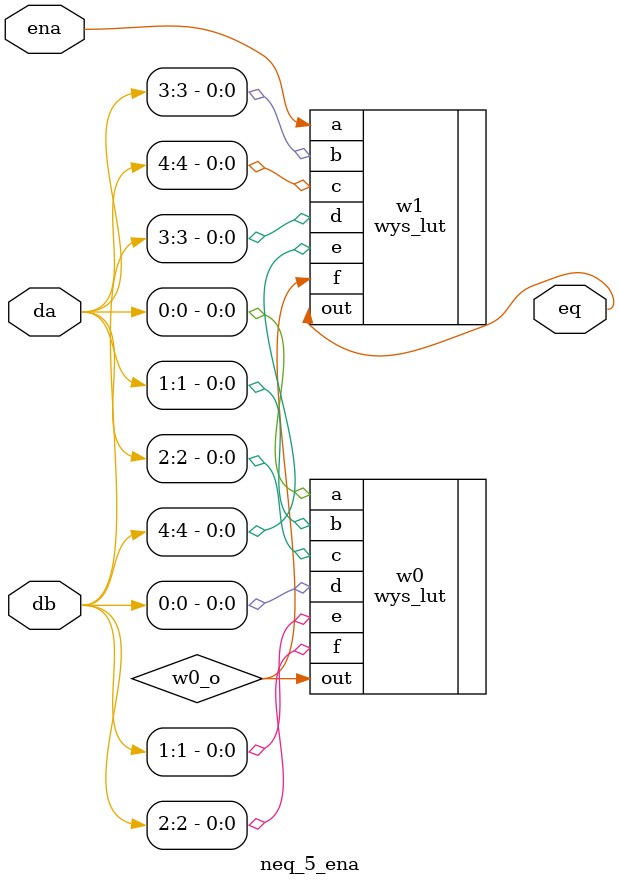
<source format=v>


`timescale 1 ps / 1 ps

// Altera products are protected under numerous U.S. and foreign patents, 
// maskwork rights, copyrights and other intellectual property laws.  
//
// This reference design file, and your use thereof, is subject to and governed
// by the terms and conditions of the applicable Altera Reference Design 
// License Agreement (either as signed by you or found at www.altera.com).  By
// using this reference design file, you indicate your acceptance of such terms
// and conditions between you and Altera Corporation.  In the event that you do
// not agree with such terms and conditions, you may not use the reference 
// design file and please promptly destroy any copies you have made.
//
// This reference design file is being provided on an "as-is" basis and as an 
// accommodation and therefore all warranties, representations or guarantees of 
// any kind (whether express, implied or statutory) including, without 
// limitation, warranties of merchantability, non-infringement, or fitness for
// a particular purpose, are specifically disclaimed.  By making this reference
// design file available, Altera expressly does not recommend, suggest or 
// require that this reference design file be used in combination with any 
// other product not provided by Altera.
/////////////////////////////////////////////////////////////////////////////

// baeckler - 01-25-2012
// force the decomposition of 5 bit FIFO pointer compare with enable

module neq_5_ena #(
 	parameter TARGET_CHIP = 1   // 0 generic, 1 S4, 2 S5
)(
	input [4:0] da,
	input [4:0] db,
	input ena,
	output eq
);

wire w0_o;
wys_lut w0 (
	.a(da[0]),
	.b(da[1]),
	.c(da[2]),
	.d(db[0]),
	.e(db[1]),
	.f(db[2]),
	.out (w0_o)
);
defparam w0 .TARGET_CHIP = TARGET_CHIP;
defparam w0 .MASK = 64'h8040201008040201; // {a,b,c} == {d,e,f}
	
wys_lut w1 (
	.a(ena),
	.b(da[3]),
	.c(da[4]),
	.d(db[3]),
	.e(db[4]),
	.f(w0_o),
	.out (eq)
);
defparam w1 .TARGET_CHIP = TARGET_CHIP;
defparam w1 .MASK = 64'h2a8aa2a8aaaaaaaa; // (!({b,c} == {d,e}) || !f) && a;
	

endmodule
// BENCHMARK INFO :  5SGXEA7N2F45C2
// BENCHMARK INFO :  Max depth :  2.0 LUTs
// BENCHMARK INFO :  Total registers : 0
// BENCHMARK INFO :  Total pins : 12
// BENCHMARK INFO :  Total virtual pins : 0
// BENCHMARK INFO :  Total block memory bits : 0
// BENCHMARK INFO :  Comb ALUTs :                         ; 3               ;       ;
// BENCHMARK INFO :  ALMs : 3 / 234,720 ( < 1 % )

</source>
